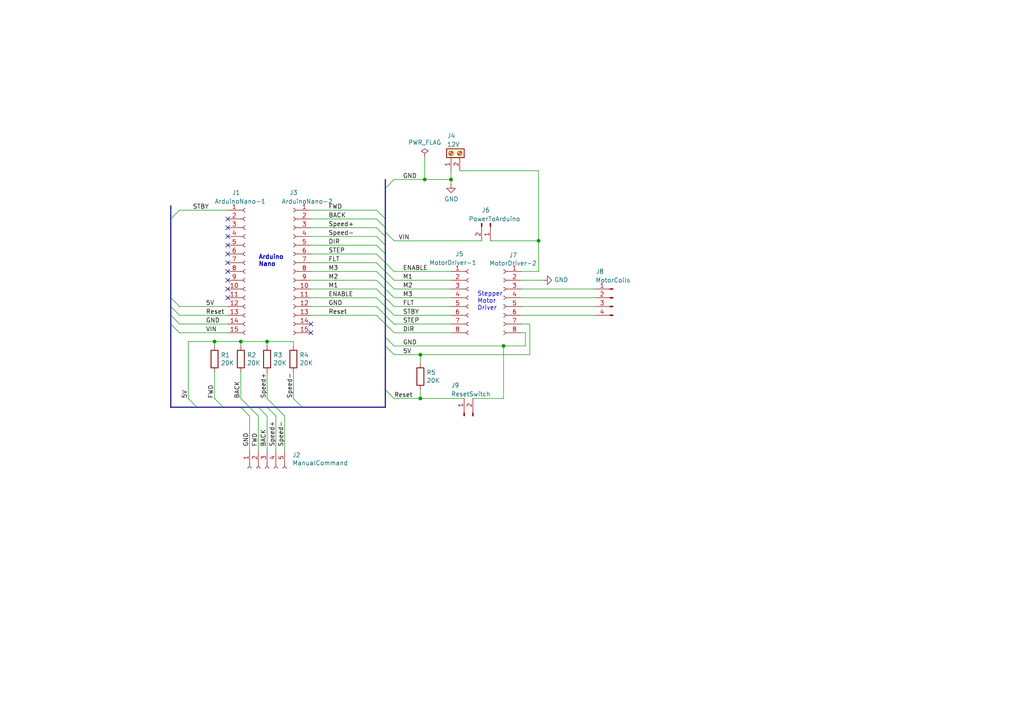
<source format=kicad_sch>
(kicad_sch (version 20211123) (generator eeschema)
  (paper "A4")
  (lib_symbols
    (symbol "Connector:Conn_01x02_Male" (pin_names (offset 1.016) hide)
      (property "Reference" "J" (at 0 2.54 0))
      (property "Value" "Conn_01x02_Male" (at 0 -5.08 0))
      (symbol "Conn_01x02_Male_1_1"
        (polyline (pts (xy 1.27 -2.54) (xy 0.8636 -2.54)) (stroke (width 0.1524)))
        (polyline (pts (xy 1.27 0) (xy 0.8636 0)) (stroke (width 0.1524)))
        (rectangle (start 0.8636 -2.413) (end 0 -2.667) (stroke (width 0.1524)) (fill (type outline)))
        (rectangle (start 0.8636 0.127) (end 0 -0.127) (stroke (width 0.1524)) (fill (type outline)))
        (pin passive line (at 5.08 0 180) (length 3.81) (name "Pin_1") (number "1"))
        (pin passive line (at 5.08 -2.54 180) (length 3.81) (name "Pin_2") (number "2"))
      )
    )
    (symbol "Connector:Conn_01x04_Male" (pin_names (offset 1.016) hide)
      (property "Reference" "J" (at 0 5.08 0))
      (property "Value" "Conn_01x04_Male" (at 0 -7.62 0))
      (symbol "Conn_01x04_Male_1_1"
        (polyline (pts (xy 1.27 -5.08) (xy 0.8636 -5.08)) (stroke (width 0.1524)))
        (polyline (pts (xy 1.27 -2.54) (xy 0.8636 -2.54)) (stroke (width 0.1524)))
        (polyline (pts (xy 1.27 0) (xy 0.8636 0)) (stroke (width 0.1524)))
        (polyline (pts (xy 1.27 2.54) (xy 0.8636 2.54)) (stroke (width 0.1524)))
        (rectangle (start 0.8636 -4.953) (end 0 -5.207) (stroke (width 0.1524)) (fill (type outline)))
        (rectangle (start 0.8636 -2.413) (end 0 -2.667) (stroke (width 0.1524)) (fill (type outline)))
        (rectangle (start 0.8636 0.127) (end 0 -0.127) (stroke (width 0.1524)) (fill (type outline)))
        (rectangle (start 0.8636 2.667) (end 0 2.413) (stroke (width 0.1524)) (fill (type outline)))
        (pin passive line (at 5.08 2.54 180) (length 3.81) (name "Pin_1") (number "1"))
        (pin passive line (at 5.08 0 180) (length 3.81) (name "Pin_2") (number "2"))
        (pin passive line (at 5.08 -2.54 180) (length 3.81) (name "Pin_3") (number "3"))
        (pin passive line (at 5.08 -5.08 180) (length 3.81) (name "Pin_4") (number "4"))
      )
    )
    (symbol "Connector:Conn_01x05_Female" (pin_names (offset 1.016) hide)
      (property "Reference" "J" (at 0 7.62 0))
      (property "Value" "Conn_01x05_Female" (at 0 -7.62 0))
      (symbol "Conn_01x05_Female_1_1"
        (arc (start 0 -4.572) (mid -0.508 -5.08) (end 0 -5.588) (stroke (width 0.1524)))
        (arc (start 0 -2.032) (mid -0.508 -2.54) (end 0 -3.048) (stroke (width 0.1524)))
        (polyline (pts (xy -1.27 -5.08) (xy -0.508 -5.08)) (stroke (width 0.1524)))
        (polyline (pts (xy -1.27 -2.54) (xy -0.508 -2.54)) (stroke (width 0.1524)))
        (polyline (pts (xy -1.27 0) (xy -0.508 0)) (stroke (width 0.1524)))
        (polyline (pts (xy -1.27 2.54) (xy -0.508 2.54)) (stroke (width 0.1524)))
        (polyline (pts (xy -1.27 5.08) (xy -0.508 5.08)) (stroke (width 0.1524)))
        (arc (start 0 0.508) (mid -0.508 0) (end 0 -0.508) (stroke (width 0.1524)))
        (arc (start 0 3.048) (mid -0.508 2.54) (end 0 2.032) (stroke (width 0.1524)))
        (arc (start 0 5.588) (mid -0.508 5.08) (end 0 4.572) (stroke (width 0.1524)))
        (pin passive line (at -5.08 5.08 0) (length 3.81) (name "Pin_1") (number "1"))
        (pin passive line (at -5.08 2.54 0) (length 3.81) (name "Pin_2") (number "2"))
        (pin passive line (at -5.08 0 0) (length 3.81) (name "Pin_3") (number "3"))
        (pin passive line (at -5.08 -2.54 0) (length 3.81) (name "Pin_4") (number "4"))
        (pin passive line (at -5.08 -5.08 0) (length 3.81) (name "Pin_5") (number "5"))
      )
    )
    (symbol "Connector:Conn_01x08_Female" (pin_names (offset 1.016) hide)
      (property "Reference" "J" (at 0 10.16 0))
      (property "Value" "Conn_01x08_Female" (at 0 -12.7 0))
      (symbol "Conn_01x08_Female_1_1"
        (arc (start 0 -9.652) (mid -0.508 -10.16) (end 0 -10.668) (stroke (width 0.1524)))
        (arc (start 0 -7.112) (mid -0.508 -7.62) (end 0 -8.128) (stroke (width 0.1524)))
        (arc (start 0 -4.572) (mid -0.508 -5.08) (end 0 -5.588) (stroke (width 0.1524)))
        (arc (start 0 -2.032) (mid -0.508 -2.54) (end 0 -3.048) (stroke (width 0.1524)))
        (polyline (pts (xy -1.27 -10.16) (xy -0.508 -10.16)) (stroke (width 0.1524)))
        (polyline (pts (xy -1.27 -7.62) (xy -0.508 -7.62)) (stroke (width 0.1524)))
        (polyline (pts (xy -1.27 -5.08) (xy -0.508 -5.08)) (stroke (width 0.1524)))
        (polyline (pts (xy -1.27 -2.54) (xy -0.508 -2.54)) (stroke (width 0.1524)))
        (polyline (pts (xy -1.27 0) (xy -0.508 0)) (stroke (width 0.1524)))
        (polyline (pts (xy -1.27 2.54) (xy -0.508 2.54)) (stroke (width 0.1524)))
        (polyline (pts (xy -1.27 5.08) (xy -0.508 5.08)) (stroke (width 0.1524)))
        (polyline (pts (xy -1.27 7.62) (xy -0.508 7.62)) (stroke (width 0.1524)))
        (arc (start 0 0.508) (mid -0.508 0) (end 0 -0.508) (stroke (width 0.1524)))
        (arc (start 0 3.048) (mid -0.508 2.54) (end 0 2.032) (stroke (width 0.1524)))
        (arc (start 0 5.588) (mid -0.508 5.08) (end 0 4.572) (stroke (width 0.1524)))
        (arc (start 0 8.128) (mid -0.508 7.62) (end 0 7.112) (stroke (width 0.1524)))
        (pin passive line (at -5.08 7.62 0) (length 3.81) (name "Pin_1") (number "1"))
        (pin passive line (at -5.08 5.08 0) (length 3.81) (name "Pin_2") (number "2"))
        (pin passive line (at -5.08 2.54 0) (length 3.81) (name "Pin_3") (number "3"))
        (pin passive line (at -5.08 0 0) (length 3.81) (name "Pin_4") (number "4"))
        (pin passive line (at -5.08 -2.54 0) (length 3.81) (name "Pin_5") (number "5"))
        (pin passive line (at -5.08 -5.08 0) (length 3.81) (name "Pin_6") (number "6"))
        (pin passive line (at -5.08 -7.62 0) (length 3.81) (name "Pin_7") (number "7"))
        (pin passive line (at -5.08 -10.16 0) (length 3.81) (name "Pin_8") (number "8"))
      )
    )
    (symbol "Connector:Conn_01x15_Female" (pin_names (offset 1.016) hide)
      (property "Reference" "J" (at 0 20.32 0))
      (property "Value" "Conn_01x15_Female" (at 0 -20.32 0))
      (symbol "Conn_01x15_Female_1_1"
        (arc (start 0 -17.272) (mid -0.508 -17.78) (end 0 -18.288) (stroke (width 0.1524)))
        (arc (start 0 -14.732) (mid -0.508 -15.24) (end 0 -15.748) (stroke (width 0.1524)))
        (arc (start 0 -12.192) (mid -0.508 -12.7) (end 0 -13.208) (stroke (width 0.1524)))
        (arc (start 0 -9.652) (mid -0.508 -10.16) (end 0 -10.668) (stroke (width 0.1524)))
        (arc (start 0 -7.112) (mid -0.508 -7.62) (end 0 -8.128) (stroke (width 0.1524)))
        (arc (start 0 -4.572) (mid -0.508 -5.08) (end 0 -5.588) (stroke (width 0.1524)))
        (arc (start 0 -2.032) (mid -0.508 -2.54) (end 0 -3.048) (stroke (width 0.1524)))
        (polyline (pts (xy -1.27 -17.78) (xy -0.508 -17.78)) (stroke (width 0.1524)))
        (polyline (pts (xy -1.27 -15.24) (xy -0.508 -15.24)) (stroke (width 0.1524)))
        (polyline (pts (xy -1.27 -12.7) (xy -0.508 -12.7)) (stroke (width 0.1524)))
        (polyline (pts (xy -1.27 -10.16) (xy -0.508 -10.16)) (stroke (width 0.1524)))
        (polyline (pts (xy -1.27 -7.62) (xy -0.508 -7.62)) (stroke (width 0.1524)))
        (polyline (pts (xy -1.27 -5.08) (xy -0.508 -5.08)) (stroke (width 0.1524)))
        (polyline (pts (xy -1.27 -2.54) (xy -0.508 -2.54)) (stroke (width 0.1524)))
        (polyline (pts (xy -1.27 0) (xy -0.508 0)) (stroke (width 0.1524)))
        (polyline (pts (xy -1.27 2.54) (xy -0.508 2.54)) (stroke (width 0.1524)))
        (polyline (pts (xy -1.27 5.08) (xy -0.508 5.08)) (stroke (width 0.1524)))
        (polyline (pts (xy -1.27 7.62) (xy -0.508 7.62)) (stroke (width 0.1524)))
        (polyline (pts (xy -1.27 10.16) (xy -0.508 10.16)) (stroke (width 0.1524)))
        (polyline (pts (xy -1.27 12.7) (xy -0.508 12.7)) (stroke (width 0.1524)))
        (polyline (pts (xy -1.27 15.24) (xy -0.508 15.24)) (stroke (width 0.1524)))
        (polyline (pts (xy -1.27 17.78) (xy -0.508 17.78)) (stroke (width 0.1524)))
        (arc (start 0 0.508) (mid -0.508 0) (end 0 -0.508) (stroke (width 0.1524)))
        (arc (start 0 3.048) (mid -0.508 2.54) (end 0 2.032) (stroke (width 0.1524)))
        (arc (start 0 5.588) (mid -0.508 5.08) (end 0 4.572) (stroke (width 0.1524)))
        (arc (start 0 8.128) (mid -0.508 7.62) (end 0 7.112) (stroke (width 0.1524)))
        (arc (start 0 10.668) (mid -0.508 10.16) (end 0 9.652) (stroke (width 0.1524)))
        (arc (start 0 13.208) (mid -0.508 12.7) (end 0 12.192) (stroke (width 0.1524)))
        (arc (start 0 15.748) (mid -0.508 15.24) (end 0 14.732) (stroke (width 0.1524)))
        (arc (start 0 18.288) (mid -0.508 17.78) (end 0 17.272) (stroke (width 0.1524)))
        (pin passive line (at -5.08 17.78 0) (length 3.81) (name "Pin_1") (number "1"))
        (pin passive line (at -5.08 -5.08 0) (length 3.81) (name "Pin_10") (number "10"))
        (pin passive line (at -5.08 -7.62 0) (length 3.81) (name "Pin_11") (number "11"))
        (pin passive line (at -5.08 -10.16 0) (length 3.81) (name "Pin_12") (number "12"))
        (pin passive line (at -5.08 -12.7 0) (length 3.81) (name "Pin_13") (number "13"))
        (pin passive line (at -5.08 -15.24 0) (length 3.81) (name "Pin_14") (number "14"))
        (pin passive line (at -5.08 -17.78 0) (length 3.81) (name "Pin_15") (number "15"))
        (pin passive line (at -5.08 15.24 0) (length 3.81) (name "Pin_2") (number "2"))
        (pin passive line (at -5.08 12.7 0) (length 3.81) (name "Pin_3") (number "3"))
        (pin passive line (at -5.08 10.16 0) (length 3.81) (name "Pin_4") (number "4"))
        (pin passive line (at -5.08 7.62 0) (length 3.81) (name "Pin_5") (number "5"))
        (pin passive line (at -5.08 5.08 0) (length 3.81) (name "Pin_6") (number "6"))
        (pin passive line (at -5.08 2.54 0) (length 3.81) (name "Pin_7") (number "7"))
        (pin passive line (at -5.08 0 0) (length 3.81) (name "Pin_8") (number "8"))
        (pin passive line (at -5.08 -2.54 0) (length 3.81) (name "Pin_9") (number "9"))
      )
    )
    (symbol "Connector:Screw_Terminal_01x02" (pin_names (offset 1.016) hide)
      (property "Reference" "J" (at 0 2.54 0))
      (property "Value" "Screw_Terminal_01x02" (at 0 -5.08 0))
      (symbol "Screw_Terminal_01x02_1_1"
        (rectangle (start -1.27 1.27) (end 1.27 -3.81) (stroke (width 0.254)) (fill (type background)))
        (circle (center 0 -2.54) (radius 0.635) (stroke (width 0.1524)))
        (polyline (pts (xy -0.5334 -2.2098) (xy 0.3302 -3.048)) (stroke (width 0.1524)))
        (polyline (pts (xy -0.5334 0.3302) (xy 0.3302 -0.508)) (stroke (width 0.1524)))
        (polyline (pts (xy -0.3556 -2.032) (xy 0.508 -2.8702)) (stroke (width 0.1524)))
        (polyline (pts (xy -0.3556 0.508) (xy 0.508 -0.3302)) (stroke (width 0.1524)))
        (circle (center 0 0) (radius 0.635) (stroke (width 0.1524)))
        (pin passive line (at -5.08 0 0) (length 3.81) (name "Pin_1") (number "1"))
        (pin passive line (at -5.08 -2.54 0) (length 3.81) (name "Pin_2") (number "2"))
      )
    )
    (symbol "Device:R" (pin_numbers hide) (pin_names (offset 0))
      (property "Reference" "R" (at 2.032 0 90))
      (property "Value" "R" (at 0 0 90))
      (symbol "R_0_1"
        (rectangle (start -1.016 -2.54) (end 1.016 2.54) (stroke (width 0.254)))
      )
      (symbol "R_1_1"
        (pin passive line (at 0 3.81 270) (length 1.27) (name "~") (number "1"))
        (pin passive line (at 0 -3.81 90) (length 1.27) (name "~") (number "2"))
      )
    )
    (symbol "power:GND" (power) (pin_names (offset 0))
      (property "Value" "GND" (at 0 -3.81 0))
      (symbol "GND_0_1"
        (polyline (pts (xy 0 0) (xy 0 -1.27) (xy 1.27 -1.27) (xy 0 -2.54) (xy -1.27 -1.27) (xy 0 -1.27)))
      )
      (symbol "GND_1_1"
        (pin power_in line (at 0 0 270) (length 0) hide (name "GND") (number "1"))
      )
    )
    (symbol "power:PWR_FLAG" (power) (pin_numbers hide) (pin_names (offset 0) hide)
      (property "Value" "PWR_FLAG" (at 0 3.81 0))
      (symbol "PWR_FLAG_0_0"
        (pin power_out line (at 0 0 90) (length 0) (name "pwr") (number "1"))
      )
      (symbol "PWR_FLAG_0_1"
        (polyline (pts (xy 0 0) (xy 0 1.27) (xy -1.016 1.905) (xy 0 2.54) (xy 1.016 1.905) (xy 0 1.27)))
      )
    )
  )
  (junction (at 69.85 99.06))
  (junction (at 156.21 69.85))
  (junction (at 121.92 115.57))
  (junction (at 130.81 52.07))
  (junction (at 121.92 102.87))
  (junction (at 62.23 99.06))
  (junction (at 146.05 100.33))
  (junction (at 123.19 52.07))
  (junction (at 77.47 99.06))
  (no_connect (at 90.17 96.52))
  (no_connect (at 66.04 73.66))
  (no_connect (at 66.04 66.04))
  (no_connect (at 66.04 81.28))
  (no_connect (at 66.04 78.74))
  (no_connect (at 66.04 76.2))
  (no_connect (at 66.04 86.36))
  (no_connect (at 66.04 63.5))
  (no_connect (at 90.17 93.98))
  (no_connect (at 66.04 68.58))
  (no_connect (at 66.04 71.12))
  (no_connect (at 66.04 83.82))
  (bus_entry (at 69.85 118.11) (size 2.54 2.54))
  (bus_entry (at 49.53 86.36) (size 2.54 2.54))
  (bus_entry (at 109.22 78.74) (size 2.54 2.54))
  (bus_entry (at 111.76 97.79) (size 2.54 2.54))
  (bus_entry (at 111.76 86.36) (size 2.54 2.54))
  (bus_entry (at 49.53 93.98) (size 2.54 2.54))
  (bus_entry (at 109.22 66.04) (size 2.54 2.54))
  (bus_entry (at 85.09 115.57) (size 2.54 2.54))
  (bus_entry (at 111.76 67.31) (size 2.54 2.54))
  (bus_entry (at 111.76 78.74) (size 2.54 2.54))
  (bus_entry (at 72.39 118.11) (size 2.54 2.54))
  (bus_entry (at 111.76 113.03) (size 2.54 2.54))
  (bus_entry (at 49.53 63.5) (size 2.54 -2.54))
  (bus_entry (at 111.76 93.98) (size 2.54 2.54))
  (bus_entry (at 111.76 91.44) (size 2.54 2.54))
  (bus_entry (at 62.23 115.57) (size 2.54 2.54))
  (bus_entry (at 109.22 88.9) (size 2.54 2.54))
  (bus_entry (at 80.01 118.11) (size 2.54 2.54))
  (bus_entry (at 111.76 54.61) (size 2.54 -2.54))
  (bus_entry (at 74.93 118.11) (size 2.54 2.54))
  (bus_entry (at 109.22 81.28) (size 2.54 2.54))
  (bus_entry (at 49.53 91.44) (size 2.54 2.54))
  (bus_entry (at 54.61 115.57) (size 2.54 2.54))
  (bus_entry (at 109.22 71.12) (size 2.54 2.54))
  (bus_entry (at 111.76 76.2) (size 2.54 2.54))
  (bus_entry (at 109.22 73.66) (size 2.54 2.54))
  (bus_entry (at 111.76 83.82) (size 2.54 2.54))
  (bus_entry (at 109.22 60.96) (size 2.54 2.54))
  (bus_entry (at 111.76 81.28) (size 2.54 2.54))
  (bus_entry (at 49.53 88.9) (size 2.54 2.54))
  (bus_entry (at 109.22 76.2) (size 2.54 2.54))
  (bus_entry (at 109.22 86.36) (size 2.54 2.54))
  (bus_entry (at 109.22 91.44) (size 2.54 2.54))
  (bus_entry (at 109.22 63.5) (size 2.54 2.54))
  (bus_entry (at 111.76 100.33) (size 2.54 2.54))
  (bus_entry (at 69.85 115.57) (size 2.54 2.54))
  (bus_entry (at 109.22 83.82) (size 2.54 2.54))
  (bus_entry (at 77.47 118.11) (size 2.54 2.54))
  (bus_entry (at 109.22 68.58) (size 2.54 2.54))
  (bus_entry (at 111.76 88.9) (size 2.54 2.54))
  (bus_entry (at 77.47 115.57) (size 2.54 2.54))
  (wire (pts (xy 156.21 69.85) (xy 156.21 78.74)))
  (wire (pts (xy 90.17 76.2) (xy 109.22 76.2)))
  (bus (pts (xy 111.76 86.36) (xy 111.76 88.9)))
  (bus (pts (xy 111.76 113.03) (xy 111.76 118.11)))
  (wire (pts (xy 153.67 93.98) (xy 151.13 93.98)))
  (wire (pts (xy 109.22 91.44) (xy 90.17 91.44)))
  (bus (pts (xy 111.76 54.61) (xy 111.76 63.5)))
  (wire (pts (xy 114.3 102.87) (xy 121.92 102.87)))
  (wire (pts (xy 123.19 45.72) (xy 123.19 52.07)))
  (wire (pts (xy 114.3 52.07) (xy 123.19 52.07)))
  (bus (pts (xy 111.76 93.98) (xy 111.76 97.79)))
  (wire (pts (xy 121.92 115.57) (xy 134.62 115.57)))
  (wire (pts (xy 52.07 91.44) (xy 66.04 91.44)))
  (wire (pts (xy 62.23 115.57) (xy 62.23 107.95)))
  (wire (pts (xy 152.4 96.52) (xy 151.13 96.52)))
  (wire (pts (xy 114.3 86.36) (xy 130.81 86.36)))
  (wire (pts (xy 114.3 93.98) (xy 130.81 93.98)))
  (wire (pts (xy 121.92 102.87) (xy 153.67 102.87)))
  (bus (pts (xy 87.63 118.11) (xy 111.76 118.11)))
  (bus (pts (xy 111.76 67.31) (xy 111.76 68.58)))
  (wire (pts (xy 77.47 100.33) (xy 77.47 99.06)))
  (wire (pts (xy 156.21 49.53) (xy 156.21 69.85)))
  (wire (pts (xy 121.92 113.03) (xy 121.92 115.57)))
  (wire (pts (xy 114.3 96.52) (xy 130.81 96.52)))
  (wire (pts (xy 114.3 88.9) (xy 130.81 88.9)))
  (bus (pts (xy 111.76 76.2) (xy 111.76 78.74)))
  (bus (pts (xy 111.76 71.12) (xy 111.76 73.66)))
  (bus (pts (xy 111.76 97.79) (xy 111.76 100.33)))
  (bus (pts (xy 111.76 63.5) (xy 111.76 66.04)))
  (wire (pts (xy 90.17 78.74) (xy 109.22 78.74)))
  (wire (pts (xy 156.21 78.74) (xy 151.13 78.74)))
  (wire (pts (xy 77.47 99.06) (xy 69.85 99.06)))
  (bus (pts (xy 57.15 118.11) (xy 64.77 118.11)))
  (wire (pts (xy 69.85 100.33) (xy 69.85 99.06)))
  (wire (pts (xy 151.13 83.82) (xy 172.72 83.82)))
  (wire (pts (xy 85.09 115.57) (xy 85.09 107.95)))
  (wire (pts (xy 90.17 60.96) (xy 109.22 60.96)))
  (bus (pts (xy 49.53 86.36) (xy 49.53 88.9)))
  (wire (pts (xy 123.19 52.07) (xy 130.81 52.07)))
  (wire (pts (xy 77.47 130.81) (xy 77.47 120.65)))
  (wire (pts (xy 151.13 88.9) (xy 172.72 88.9)))
  (wire (pts (xy 151.13 86.36) (xy 172.72 86.36)))
  (wire (pts (xy 54.61 99.06) (xy 62.23 99.06)))
  (wire (pts (xy 90.17 66.04) (xy 109.22 66.04)))
  (wire (pts (xy 130.81 53.34) (xy 130.81 52.07)))
  (bus (pts (xy 111.76 88.9) (xy 111.76 91.44)))
  (bus (pts (xy 74.93 118.11) (xy 77.47 118.11)))
  (wire (pts (xy 52.07 93.98) (xy 66.04 93.98)))
  (bus (pts (xy 111.76 91.44) (xy 111.76 93.98)))
  (wire (pts (xy 114.3 83.82) (xy 130.81 83.82)))
  (bus (pts (xy 49.53 91.44) (xy 49.53 93.98)))
  (bus (pts (xy 111.76 81.28) (xy 111.76 83.82)))
  (wire (pts (xy 90.17 71.12) (xy 109.22 71.12)))
  (wire (pts (xy 114.3 78.74) (xy 130.81 78.74)))
  (bus (pts (xy 49.53 59.69) (xy 49.53 63.5)))
  (bus (pts (xy 111.76 52.07) (xy 111.76 54.61)))
  (bus (pts (xy 111.76 78.74) (xy 111.76 81.28)))
  (bus (pts (xy 111.76 100.33) (xy 111.76 113.03)))
  (wire (pts (xy 69.85 115.57) (xy 69.85 107.95)))
  (wire (pts (xy 133.35 49.53) (xy 156.21 49.53)))
  (wire (pts (xy 90.17 68.58) (xy 109.22 68.58)))
  (wire (pts (xy 114.3 81.28) (xy 130.81 81.28)))
  (wire (pts (xy 152.4 100.33) (xy 152.4 96.52)))
  (wire (pts (xy 90.17 88.9) (xy 109.22 88.9)))
  (wire (pts (xy 146.05 115.57) (xy 146.05 100.33)))
  (wire (pts (xy 146.05 100.33) (xy 152.4 100.33)))
  (wire (pts (xy 72.39 130.81) (xy 72.39 120.65)))
  (bus (pts (xy 111.76 83.82) (xy 111.76 86.36)))
  (wire (pts (xy 85.09 99.06) (xy 77.47 99.06)))
  (bus (pts (xy 111.76 68.58) (xy 111.76 71.12)))
  (bus (pts (xy 49.53 93.98) (xy 49.53 118.11)))
  (wire (pts (xy 90.17 81.28) (xy 109.22 81.28)))
  (wire (pts (xy 90.17 63.5) (xy 109.22 63.5)))
  (wire (pts (xy 151.13 91.44) (xy 172.72 91.44)))
  (wire (pts (xy 90.17 86.36) (xy 109.22 86.36)))
  (wire (pts (xy 52.07 96.52) (xy 66.04 96.52)))
  (bus (pts (xy 72.39 118.11) (xy 74.93 118.11)))
  (wire (pts (xy 114.3 115.57) (xy 121.92 115.57)))
  (wire (pts (xy 74.93 130.81) (xy 74.93 120.65)))
  (wire (pts (xy 62.23 99.06) (xy 62.23 100.33)))
  (bus (pts (xy 49.53 63.5) (xy 49.53 86.36)))
  (bus (pts (xy 80.01 118.11) (xy 87.63 118.11)))
  (wire (pts (xy 114.3 91.44) (xy 130.81 91.44)))
  (bus (pts (xy 111.76 66.04) (xy 111.76 67.31)))
  (wire (pts (xy 121.92 105.41) (xy 121.92 102.87)))
  (wire (pts (xy 80.01 130.81) (xy 80.01 120.65)))
  (wire (pts (xy 114.3 100.33) (xy 146.05 100.33)))
  (wire (pts (xy 77.47 115.57) (xy 77.47 107.95)))
  (wire (pts (xy 90.17 73.66) (xy 109.22 73.66)))
  (wire (pts (xy 69.85 99.06) (xy 62.23 99.06)))
  (wire (pts (xy 114.3 69.85) (xy 139.7 69.85)))
  (bus (pts (xy 111.76 73.66) (xy 111.76 76.2)))
  (wire (pts (xy 52.07 88.9) (xy 66.04 88.9)))
  (bus (pts (xy 49.53 88.9) (xy 49.53 91.44)))
  (wire (pts (xy 82.55 130.81) (xy 82.55 120.65)))
  (bus (pts (xy 77.47 118.11) (xy 80.01 118.11)))
  (wire (pts (xy 137.16 115.57) (xy 146.05 115.57)))
  (wire (pts (xy 54.61 115.57) (xy 54.61 99.06)))
  (wire (pts (xy 52.07 60.96) (xy 66.04 60.96)))
  (bus (pts (xy 64.77 118.11) (xy 69.85 118.11)))
  (bus (pts (xy 49.53 118.11) (xy 57.15 118.11)))
  (wire (pts (xy 151.13 81.28) (xy 157.48 81.28)))
  (wire (pts (xy 85.09 100.33) (xy 85.09 99.06)))
  (bus (pts (xy 69.85 118.11) (xy 72.39 118.11)))
  (wire (pts (xy 142.24 69.85) (xy 156.21 69.85)))
  (wire (pts (xy 90.17 83.82) (xy 109.22 83.82)))
  (wire (pts (xy 130.81 52.07) (xy 130.81 49.53)))
  (wire (pts (xy 153.67 102.87) (xy 153.67 93.98)))
  (text "Arduino\nNano" (at 74.93 77.47 0) (effects (font (size 1.27 1.27) (thickness 0.254) bold) (justify left bottom)))
  (text "Stepper\nMotor\nDriver" (at 138.43 90.17 0) (effects (font (size 1.27 1.27)) (justify left bottom)))
  (label "GND" (at 59.69 93.98 0))
  (label "Speed-" (at 95.25 68.58 0))
  (label "FWD" (at 74.93 129.54 90))
  (label "DIR" (at 116.84 96.52 0))
  (label "Speed-" (at 82.55 129.54 90))
  (label "STBY" (at 116.84 91.44 0))
  (label "GND" (at 72.39 129.54 90))
  (label "GND" (at 95.25 88.9 0))
  (label "BACK" (at 77.47 129.54 90))
  (label "GND" (at 116.84 100.33 0))
  (label "Reset" (at 114.3 115.57 0))
  (label "DIR" (at 95.25 71.12 0))
  (label "M3" (at 116.84 86.36 0))
  (label "FLT" (at 95.25 76.2 0))
  (label "BACK" (at 95.25 63.5 0))
  (label "M1" (at 116.84 81.28 0))
  (label "Reset" (at 59.69 91.44 0))
  (label "ENABLE" (at 116.84 78.74 0))
  (label "Speed-" (at 85.09 115.57 90))
  (label "STEP" (at 116.84 93.98 0))
  (label "STEP" (at 95.25 73.66 0))
  (label "BACK" (at 69.85 115.57 90))
  (label "VIN" (at 59.69 96.52 0))
  (label "M2" (at 116.84 83.82 0))
  (label "Speed+" (at 95.25 66.04 0))
  (label "STBY" (at 55.88 60.96 0))
  (label "5V" (at 59.69 88.9 0))
  (label "Speed+" (at 80.01 129.54 90))
  (label "FLT" (at 116.84 88.9 0))
  (label "M2" (at 95.25 81.28 0))
  (label "Reset" (at 95.25 91.44 0))
  (label "5V" (at 54.61 115.57 90))
  (label "FWD" (at 95.25 60.96 0))
  (label "5V" (at 116.84 102.87 0))
  (label "ENABLE" (at 95.25 86.36 0))
  (label "M3" (at 95.25 78.74 0))
  (label "Speed+" (at 77.47 115.57 90))
  (label "M1" (at 95.25 83.82 0))
  (label "VIN" (at 115.57 69.85 0))
  (label "GND" (at 116.84 52.07 0))
  (label "FWD" (at 62.23 115.57 90))
  (symbol (lib_id "Connector:Conn_01x15_Female") (at 71.12 78.74 0) (unit 1)
    (property "Reference" "J1" (at 67.31 55.88 0) (effects (justify left)))
    (property "Value" "ArduinoNano-1" (at 62.23 58.42 0) (effects (justify left)))
    (property "Footprint" "Connector_PinHeader_2.54mm:PinHeader_1x15_P2.54mm_Vertical" (effects hide))
  )
  (symbol (lib_id "Connector:Conn_01x15_Female") (at 85.09 78.74 0) (mirror y) (unit 1)
    (property "Reference" "J3" (at 86.36 55.88 0) (effects (justify left)))
    (property "Value" "ArduinoNano-2" (at 96.52 58.42 0) (effects (justify left)))
    (property "Footprint" "Connector_PinHeader_2.54mm:PinHeader_1x15_P2.54mm_Vertical" (effects hide))
  )
  (symbol (lib_id "Connector:Conn_01x08_Female") (at 135.89 86.36 0) (unit 1)
    (property "Reference" "J5" (at 132.08 73.66 0) (effects (justify left)))
    (property "Value" "MotorDriver-1" (at 124.46 76.2 0) (effects (justify left)))
    (property "Footprint" "Connector_PinHeader_2.54mm:PinHeader_1x08_P2.54mm_Vertical" (effects hide))
  )
  (symbol (lib_id "Connector:Conn_01x08_Female") (at 146.05 86.36 0) (mirror y) (unit 1)
    (property "Reference" "J7" (at 148.7932 74.041 0))
    (property "Value" "MotorDriver-2" (at 148.7932 76.3524 0))
    (property "Footprint" "Connector_PinHeader_2.54mm:PinHeader_1x08_P2.54mm_Vertical" (effects hide))
  )
  (symbol (lib_id "Connector:Conn_01x04_Male") (at 177.8 86.36 0) (mirror y) (unit 1)
    (property "Reference" "J8" (at 173.99 78.74 0))
    (property "Value" "MotorCoils" (at 177.8 81.28 0))
    (property "Footprint" "Connector_PinHeader_2.54mm:PinHeader_1x04_P2.54mm_Vertical" (effects hide))
  )
  (symbol (lib_id "power:GND") (at 130.81 53.34 0) (unit 1)
    (property "Reference" "#PWR01" (effects hide))
    (property "Value" "GND" (at 130.937 57.7342 0))
  )
  (symbol (lib_id "Connector:Screw_Terminal_01x02") (at 130.81 44.45 90) (unit 1)
    (property "Reference" "J4" (at 132.08 39.37 90) (effects (justify left)))
    (property "Value" "12V" (at 133.35 41.91 90) (effects (justify left)))
    (property "Footprint" "TerminalBlock_Phoenix:TerminalBlock_Phoenix_MKDS-1,5-2-5.08_1x02_P5.08mm_Horizontal" (effects hide))
  )
  (symbol (lib_id "power:GND") (at 157.48 81.28 90) (unit 1)
    (property "Reference" "#PWR02" (effects hide))
    (property "Value" "GND" (at 160.7312 81.153 90) (effects (justify right)))
  )
  (symbol (lib_id "Connector:Conn_01x02_Male") (at 142.24 64.77 270) (unit 1)
    (property "Reference" "J6" (at 139.7 60.96 90) (effects (justify left)))
    (property "Value" "PowerToArduino" (at 135.89 63.5 90) (effects (justify left)))
    (property "Footprint" "Connector_PinHeader_2.54mm:PinHeader_1x02_P2.54mm_Vertical" (effects hide))
  )
  (symbol (lib_id "Device:R") (at 121.92 109.22 0) (unit 1)
    (property "Reference" "R5" (at 123.698 108.0516 0) (effects (justify left)))
    (property "Value" "20K" (at 123.698 110.363 0) (effects (justify left)))
    (property "Footprint" "Resistor_THT:R_Axial_DIN0204_L3.6mm_D1.6mm_P7.62mm_Horizontal" (effects hide))
  )
  (symbol (lib_id "Connector:Conn_01x05_Female") (at 77.47 135.89 90) (mirror x) (unit 1)
    (property "Reference" "J2" (at 84.7852 131.9784 90) (effects (justify right)))
    (property "Value" "ManualCommand" (at 84.7852 134.2898 90) (effects (justify right)))
    (property "Footprint" "Connector_PinHeader_2.54mm:PinHeader_1x05_P2.54mm_Vertical" (effects hide))
  )
  (symbol (lib_id "Device:R") (at 62.23 104.14 0) (unit 1)
    (property "Reference" "R1" (at 64.008 102.9716 0) (effects (justify left)))
    (property "Value" "20K" (at 64.008 105.283 0) (effects (justify left)))
    (property "Footprint" "Resistor_THT:R_Axial_DIN0204_L3.6mm_D1.6mm_P7.62mm_Horizontal" (effects hide))
  )
  (symbol (lib_id "Device:R") (at 69.85 104.14 0) (unit 1)
    (property "Reference" "R2" (at 71.628 102.9716 0) (effects (justify left)))
    (property "Value" "20K" (at 71.628 105.283 0) (effects (justify left)))
    (property "Footprint" "Resistor_THT:R_Axial_DIN0204_L3.6mm_D1.6mm_P7.62mm_Horizontal" (effects hide))
  )
  (symbol (lib_id "Device:R") (at 77.47 104.14 0) (unit 1)
    (property "Reference" "R3" (at 79.248 102.9716 0) (effects (justify left)))
    (property "Value" "20K" (at 79.248 105.283 0) (effects (justify left)))
    (property "Footprint" "Resistor_THT:R_Axial_DIN0204_L3.6mm_D1.6mm_P7.62mm_Horizontal" (effects hide))
  )
  (symbol (lib_id "Device:R") (at 85.09 104.14 0) (unit 1)
    (property "Reference" "R4" (at 86.868 102.9716 0) (effects (justify left)))
    (property "Value" "20K" (at 86.868 105.283 0) (effects (justify left)))
    (property "Footprint" "Resistor_THT:R_Axial_DIN0204_L3.6mm_D1.6mm_P7.62mm_Horizontal" (effects hide))
  )
  (symbol (lib_id "power:PWR_FLAG") (at 123.19 45.72 0) (unit 1)
    (property "Reference" "#FLG0101" (effects hide))
    (property "Value" "PWR_FLAG" (at 123.19 41.3258 0))
  )
  (symbol (lib_id "Connector:Conn_01x02_Male") (at 134.62 120.65 90) (unit 1)
    (property "Reference" "J9" (at 130.81 111.76 90) (effects (justify right)))
    (property "Value" "ResetSwitch" (at 130.81 114.3 90) (effects (justify right)))
    (property "Footprint" "Connector_PinHeader_2.54mm:PinHeader_1x02_P2.54mm_Vertical" (effects hide))
  )
)
</source>
